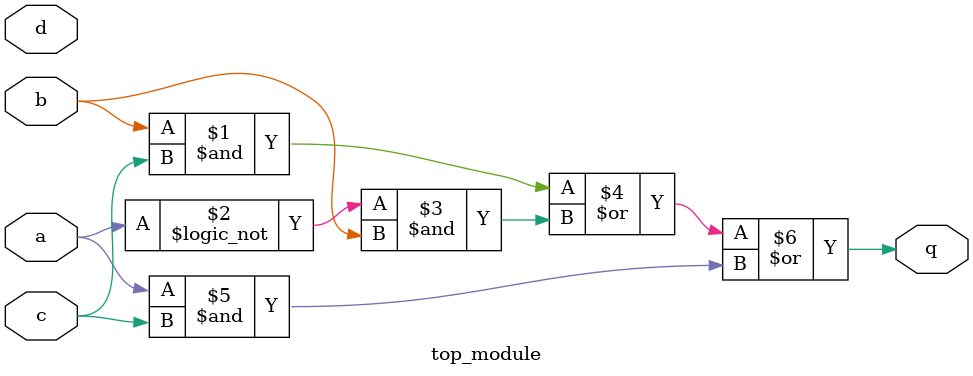
<source format=sv>
module top_module (
	input a, 
	input b, 
	input c, 
	input d,
	output q
);

    assign q = (b & c) | (!a & b) | (a & c);

endmodule

</source>
